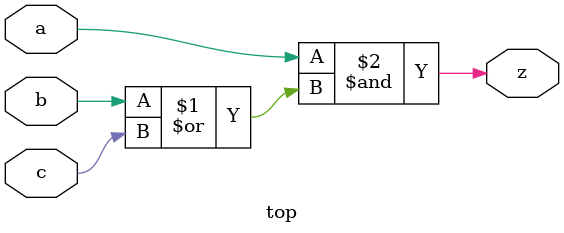
<source format=v>
module top (
    input   wire a,
    input   wire b,
    input   wire c,
    output  wire z 
);

    assign z = a & (b | c);

endmodule

</source>
